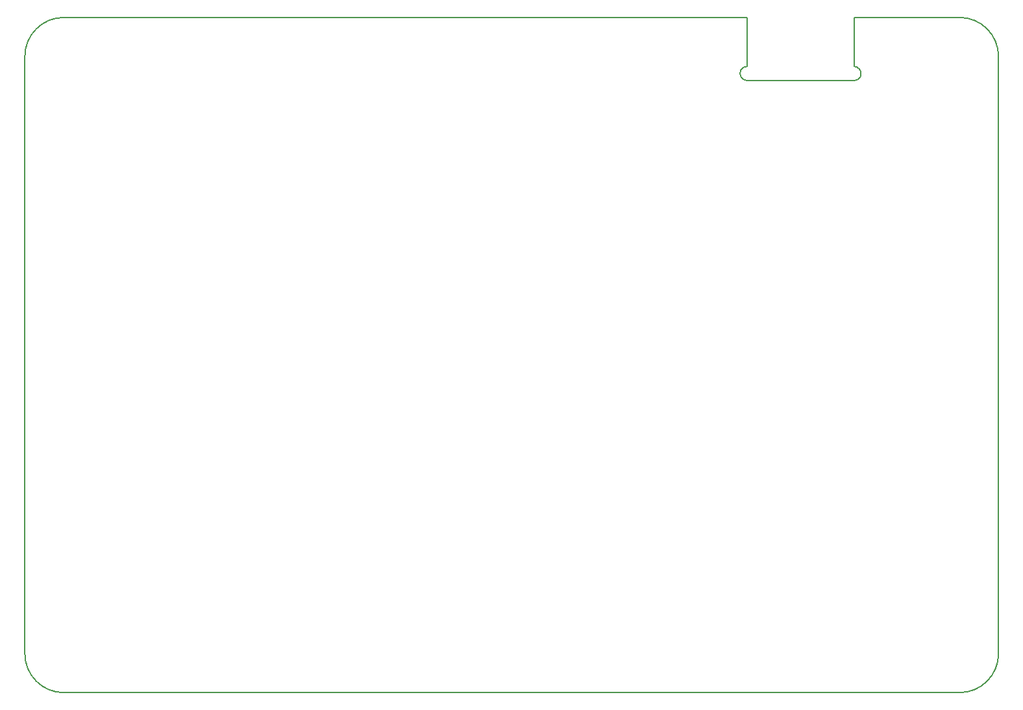
<source format=gm1>
G04 Layer_Color=61183*
%FSLAX43Y43*%
%MOMM*%
G71*
G01*
G75*
%ADD88C,0.127*%
D88*
X0Y5080D02*
G03*
X5080Y-0I5080J0D01*
G01*
X121920D02*
G03*
X127000Y5080I0J5080D01*
G01*
X127000Y82920D02*
G03*
X121920Y88000I-5080J0D01*
G01*
X5080Y88000D02*
G03*
X0Y82920I-0J-5080D01*
G01*
X109060Y80620D02*
G03*
X108192Y81610I-929J61D01*
G01*
X108161Y79781D02*
G03*
X109060Y80620I30J869D01*
G01*
X94186Y81611D02*
G03*
X93287Y80772I-30J-869D01*
G01*
Y80772D02*
G03*
X94155Y79781I929J-61D01*
G01*
X15900Y-0D02*
X121920D01*
X5080D02*
X15900D01*
X127000Y5080D02*
Y82920D01*
X108192Y88000D02*
X121920D01*
X94155Y79781D02*
X108160D01*
X94186Y81611D02*
Y88000D01*
X108192Y81610D02*
Y88005D01*
X5080Y88000D02*
X94186D01*
X0Y5080D02*
Y82920D01*
X0Y5080D02*
G03*
X5080Y-0I5080J0D01*
G01*
X121920D02*
G03*
X127000Y5080I0J5080D01*
G01*
X127000Y82920D02*
G03*
X121920Y88000I-5080J0D01*
G01*
X5080Y88000D02*
G03*
X0Y82920I-0J-5080D01*
G01*
X109060Y80620D02*
G03*
X108192Y81610I-929J61D01*
G01*
X108161Y79781D02*
G03*
X109060Y80620I30J869D01*
G01*
X94186Y81611D02*
G03*
X93287Y80772I-30J-869D01*
G01*
Y80772D02*
G03*
X94155Y79781I929J-61D01*
G01*
X15900Y-0D02*
X121920D01*
X5080D02*
X15900D01*
X127000Y5080D02*
Y82920D01*
X108192Y88000D02*
X121920D01*
X94155Y79781D02*
X108160D01*
X94186Y81611D02*
Y88000D01*
X108192Y81610D02*
Y88005D01*
X5080Y88000D02*
X94186D01*
X0Y5080D02*
Y82920D01*
M02*

</source>
